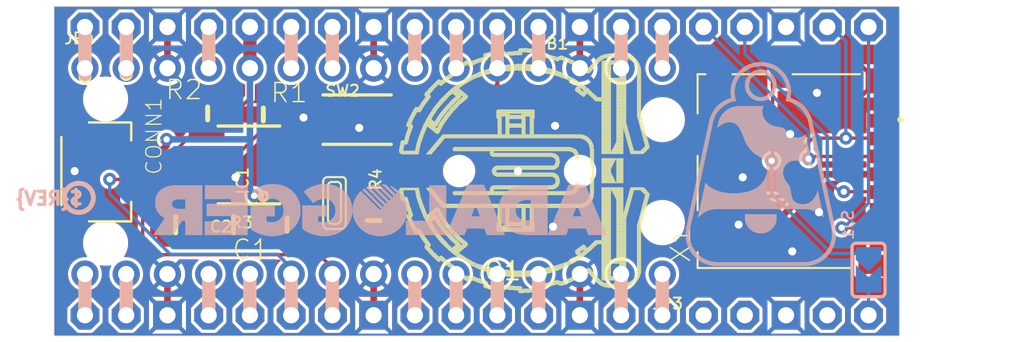
<source format=kicad_pcb>
(kicad_pcb (version 20221018) (generator pcbnew)
  (layers (0 "F.Cu" signal) (31 "B.Cu" signal) (34 "B.Paste" user) (35 "F.Paste" user) (36 "B.SilkS" user "B.Silkscreen") (37 "F.SilkS" user "F.Silkscreen") (38 "B.Mask" user) (39 "F.Mask" user) (44 "Edge.Cuts" user))
  (net 0 "")
  (net 1 "IO0")
  (net 2 "IO1")
  (net 3 "IO2")
  (net 4 "IO3")
  (net 5 "IO6")
  (net 6 "IO7")
  (net 7 "IO8")
  (net 8 "IO9")
  (net 9 "IO10")
  (net 10 "IO11")
  (net 11 "IO12")
  (net 12 "IO13")
  (net 13 "IO14")
  (net 14 "VBUS")
  (net 15 "VSYS")
  (net 16 "GND")
  (net 17 "~{EN}")
  (net 18 "3.3V")
  (net 19 "VREF")
  (net 20 "AD2")
  (net 21 "AD1")
  (net 22 "AD0")
  (net 23 "~{RESET}")
  (net 24 "IO22")
  (net 25 "IO21")
  (net 26 "IO20")
  (net 27 "CARD_CS")
  (net 28 "SCK")
  (net 29 "MOSI")
  (net 30 "MISO")
  (net 31 "CARD_DET")
  (net 32 "SDA")
  (net 33 "SCL")
  (net 34 "N$14")
  (net 35 "N$15")
  (net 36 "VBAT")
  (net 37 "SQW")
  (net 38 "N$3")
  (net 39 "N$1")
  (footprint "working:PLABEL16" (layer "F.Cu") (at 170.0911 97.7646)
    (fp_text reference "PLABEL16" hide)
    (fp_text value "" hide)
  )
  (footprint "working:PLABEL18" (layer "F.Cu") (at 162.4711 112.2426)
    (fp_text reference "PLABEL18" hide)
    (fp_text value "" hide)
  )
  (footprint "working:PLABEL3" (layer "F.Cu") (at 134.5311 100.1776)
    (fp_text reference "PLABEL3" hide)
    (fp_text value "" hide)
  )
  (footprint "working:PLABEL12" (layer "F.Cu") (at 123.7361 100.5586 90)
    (fp_text reference "PLABEL12" hide)
    (fp_text value "" hide)
  )
  (footprint "working:1X15_ROUND_70" (layer "F.Cu") (at 142.1511 111.3536 180)
    (fp_text reference "JP3" (at -19.1262 -1.8288) (layer "F.SilkS") (effects (font (size 0.692831 0.692831) (thickness 0.119969)) (justify right)))
    (fp_text value "")
    (pad "1" thru_hole circle (at -17.78 0 270) (size 1.6764 1.6764) (drill 1) (layers "*.Cu" "*.Mask") (net 10 "IO11"))
    (pad "2" thru_hole circle (at -15.24 0 270) (size 1.6764 1.6764) (drill 1) (layers "*.Cu" "*.Mask") (net 9 "IO10"))
    (pad "3" thru_hole circle (at -12.7 0 270) (size 1.6764 1.6764) (drill 1) (layers "*.Cu" "*.Mask") (net 16 "GND"))
    (pad "4" thru_hole circle (at -10.16 0 270) (size 1.6764 1.6764) (drill 1) (layers "*.Cu" "*.Mask") (net 8 "IO9"))
    (pad "5" thru_hole circle (at -7.62 0 270) (size 1.6764 1.6764) (drill 1) (layers "*.Cu" "*.Mask") (net 7 "IO8"))
    (pad "6" thru_hole circle (at -5.08 0 270) (size 1.6764 1.6764) (drill 1) (layers "*.Cu" "*.Mask") (net 6 "IO7"))
    (pad "7" thru_hole circle (at -2.54 0 270) (size 1.6764 1.6764) (drill 1) (layers "*.Cu" "*.Mask") (net 5 "IO6"))
    (pad "8" thru_hole circle (at 0 0 270) (size 1.6764 1.6764) (drill 1) (layers "*.Cu" "*.Mask") (net 16 "GND"))
    (pad "9" thru_hole circle (at 2.54 0 270) (size 1.6764 1.6764) (drill 1) (layers "*.Cu" "*.Mask") (net 33 "SCL"))
    (pad "10" thru_hole circle (at 5.08 0 270) (size 1.6764 1.6764) (drill 1) (layers "*.Cu" "*.Mask") (net 32 "SDA"))
    (pad "11" thru_hole circle (at 7.62 0 270) (size 1.6764 1.6764) (drill 1) (layers "*.Cu" "*.Mask") (net 4 "IO3"))
    (pad "12" thru_hole circle (at 10.16 0 270) (size 1.6764 1.6764) (drill 1) (layers "*.Cu" "*.Mask") (net 3 "IO2"))
    (pad "13" thru_hole circle (at 12.7 0 270) (size 1.6764 1.6764) (drill 1) (layers "*.Cu" "*.Mask") (net 16 "GND"))
    (pad "14" thru_hole circle (at 15.24 0 270) (size 1.6764 1.6764) (drill 1) (layers "*.Cu" "*.Mask") (net 2 "IO1"))
    (pad "15" thru_hole circle (at 17.78 0 270) (size 1.6764 1.6764) (drill 1) (layers "*.Cu" "*.Mask") (net 1 "IO0"))
  )
  (footprint "working:CR1220-2" (layer "F.Cu") (at 150.9141 105.0036 180)
    (fp_text reference "B1" (at -3.302 7.86) (layer "F.SilkS") (effects (font (size 0.692831 0.692831) (thickness 0.119969)) (justify right)))
    (fp_text value "CR1220")
    (pad "" np_thru_hole circle (at -3.95 0 180) (size 1.5 1.5) (drill 1.5) (layers "*.Cu" "*.Mask"))
    (pad "" np_thru_hole circle (at 3.5 0 180) (size 1.5 1.5) (drill 1.5) (layers "*.Cu" "*.Mask"))
    (pad "+" smd rect (at -8.29 0) (size 4 2) (layers "F.Cu" "F.Paste" "F.Mask") (net 36 "VBAT"))
    (pad "-" smd rect (at 7.6 0) (size 4 2) (layers "F.Cu" "F.Paste" "F.Mask") (net 16 "GND"))
  )
  (footprint "" (layer "F.Cu") (at 159.9311 101.8286)
    (fp_text reference "@HOLE2" hide)
    (fp_text value "" (at 0 0) (layer "F.SilkS") (effects (font (size 1.27 1.27))))
    (pad "" np_thru_hole circle (at 0 0) (size 2.286 2.286) (drill 2.286) (layers "*.Cu" "*.Mask"))
  )
  (footprint "working:PLABEL19" (layer "F.Cu") (at 165.0111 112.2426)
    (fp_text reference "PLABEL19" hide)
    (fp_text value "" hide)
  )
  (footprint "working:PLABEL21" (layer "F.Cu") (at 170.0911 112.2426)
    (fp_text reference "PLABEL21" hide)
    (fp_text value "" hide)
  )
  (footprint "working:1X15_ROUND_70" (layer "F.Cu") (at 142.1511 98.6536)
    (fp_text reference "JP4" (at -19.1262 -1.8288) (layer "F.SilkS") (effects (font (size 0.692831 0.692831) (thickness 0.119969)) (justify left)))
    (fp_text value "")
    (pad "1" thru_hole circle (at -17.78 0 90) (size 1.6764 1.6764) (drill 1) (layers "*.Cu" "*.Mask") (net 14 "VBUS"))
    (pad "2" thru_hole circle (at -15.24 0 90) (size 1.6764 1.6764) (drill 1) (layers "*.Cu" "*.Mask") (net 15 "VSYS"))
    (pad "3" thru_hole circle (at -12.7 0 90) (size 1.6764 1.6764) (drill 1) (layers "*.Cu" "*.Mask") (net 16 "GND"))
    (pad "4" thru_hole circle (at -10.16 0 90) (size 1.6764 1.6764) (drill 1) (layers "*.Cu" "*.Mask") (net 17 "~{EN}"))
    (pad "5" thru_hole circle (at -7.62 0 90) (size 1.6764 1.6764) (drill 1) (layers "*.Cu" "*.Mask") (net 18 "3.3V"))
    (pad "6" thru_hole circle (at -5.08 0 90) (size 1.6764 1.6764) (drill 1) (layers "*.Cu" "*.Mask") (net 19 "VREF"))
    (pad "7" thru_hole circle (at -2.54 0 90) (size 1.6764 1.6764) (drill 1) (layers "*.Cu" "*.Mask") (net 20 "AD2"))
    (pad "8" thru_hole circle (at 0 0 90) (size 1.6764 1.6764) (drill 1) (layers "*.Cu" "*.Mask") (net 16 "GND"))
    (pad "9" thru_hole circle (at 2.54 0 90) (size 1.6764 1.6764) (drill 1) (layers "*.Cu" "*.Mask") (net 21 "AD1"))
    (pad "10" thru_hole circle (at 5.08 0 90) (size 1.6764 1.6764) (drill 1) (layers "*.Cu" "*.Mask") (net 22 "AD0"))
    (pad "11" thru_hole circle (at 7.62 0 90) (size 1.6764 1.6764) (drill 1) (layers "*.Cu" "*.Mask") (net 23 "~{RESET}"))
    (pad "12" thru_hole circle (at 10.16 0 90) (size 1.6764 1.6764) (drill 1) (layers "*.Cu" "*.Mask") (net 24 "IO22"))
    (pad "13" thru_hole circle (at 12.7 0 90) (size 1.6764 1.6764) (drill 1) (layers "*.Cu" "*.Mask") (net 16 "GND"))
    (pad "14" thru_hole circle (at 15.24 0 90) (size 1.6764 1.6764) (drill 1) (layers "*.Cu" "*.Mask") (net 25 "IO21"))
    (pad "15" thru_hole circle (at 17.78 0 90) (size 1.6764 1.6764) (drill 1) (layers "*.Cu" "*.Mask") (net 26 "IO20"))
  )
  (footprint "working:MOLEX_104031-0811" (layer "F.Cu") (at 167.8051 105.0036 90)
    (fp_text reference "X1" (at -5.7268 -6.749419 90) (layer "F.SilkS") (effects (font (size 1.178965 1.178965) (thickness 0.093666)) (justify left)))
    (fp_text value "MICROSD")
    (pad "1" smd rect (at 3.105 5.45 90) (size 0.85 1.1) (layers "F.Cu" "F.Paste" "F.Mask"))
    (pad "2" smd rect (at 2.005 5.45 90) (size 0.85 1.1) (layers "F.Cu" "F.Paste" "F.Mask") (net 27 "CARD_CS"))
    (pad "3" smd rect (at 0.905 5.45 90) (size 0.85 1.1) (layers "F.Cu" "F.Paste" "F.Mask") (net 29 "MOSI"))
    (pad "4" smd rect (at -0.195 5.45 90) (size 0.85 1.1) (layers "F.Cu" "F.Paste" "F.Mask") (net 18 "3.3V"))
    (pad "5" smd rect (at -1.295 5.45 90) (size 0.85 1.1) (layers "F.Cu" "F.Paste" "F.Mask") (net 28 "SCK"))
    (pad "6" smd rect (at -2.395 5.45 90) (size 0.85 1.1) (layers "F.Cu" "F.Paste" "F.Mask") (net 16 "GND"))
    (pad "7" smd rect (at -3.495 5.45 90) (size 0.85 1.1) (layers "F.Cu" "F.Paste" "F.Mask") (net 30 "MISO"))
    (pad "8" smd rect (at -4.545 5.45 90) (size 0.75 1.1) (layers "F.Cu" "F.Paste" "F.Mask"))
    (pad "9" smd rect (at 5.74 -0.7 90) (size 1.2 1) (layers "F.Cu" "F.Paste" "F.Mask") (net 31 "CARD_DET"))
    (pad "10" smd rect (at 5.74 -4.4 90) (size 1.2 1) (layers "F.Cu" "F.Paste" "F.Mask") (net 16 "GND"))
    (pad "G1" smd rect (at 5.565 5.325 90) (size 1.55 1.35) (layers "F.Cu" "F.Paste" "F.Mask") (net 16 "GND"))
    (pad "G2" smd rect (at -5.755 5.1 90) (size 1.17 1.8) (layers "F.Cu" "F.Paste" "F.Mask") (net 16 "GND"))
    (pad "G3" smd rect (at -3.73 -5.375 90) (size 1.9 1.35) (layers "F.Cu" "F.Paste" "F.Mask") (net 16 "GND"))
    (pad "G4" smd rect (at 2.24 -5.375 90) (size 1.9 1.35) (layers "F.Cu" "F.Paste" "F.Mask") (net 16 "GND"))
  )
  (footprint "working:PLABEL6" (layer "F.Cu") (at 136.8171 109.8296)
    (fp_text reference "PLABEL6" hide)
    (fp_text value "" hide)
  )
  (footprint "working:0603-NO" (layer "F.Cu") (at 136.8171 108.3056 180)
    (fp_text reference "R3" (at 2.032 0.127) (layer "F.SilkS") (effects (font (size 0.692831 0.692831) (thickness 0.119969)) (justify right)))
    (fp_text value "1K")
    (pad "1" smd rect (at -0.85 0 180) (size 1.075 1) (layers "F.Cu" "F.Paste" "F.Mask") (net 18 "3.3V"))
    (pad "2" smd rect (at 0.85 0 180) (size 1.075 1) (layers "F.Cu" "F.Paste" "F.Mask") (net 38 "N$3"))
  )
  (footprint "" (layer "F.Cu") (at 125.6411 109.4486)
    (fp_text reference "@HOLE1" hide)
    (fp_text value "" (at 0 0) (layer "F.SilkS") (effects (font (size 1.27 1.27))))
    (pad "" np_thru_hole circle (at 0 0) (size 2.286 2.286) (drill 2.286) (layers "*.Cu" "*.Mask"))
  )
  (footprint "working:PLABEL20" (layer "F.Cu") (at 167.5511 112.2426)
    (fp_text reference "PLABEL20" hide)
    (fp_text value "" hide)
  )
  (footprint "working:PLABEL0" (layer "F.Cu") (at 138.4681 104.7496)
    (fp_text reference "PLABEL0" hide)
    (fp_text value "" hide)
  )
  (footprint "working:PLABEL10" (layer "F.Cu") (at 123.8631 109.8296)
    (fp_text reference "PLABEL10" hide)
    (fp_text value "" hide)
  )
  (footprint "working:PLABEL17" (layer "F.Cu") (at 172.6311 97.7646)
    (fp_text reference "PLABEL17" hide)
    (fp_text value "" hide)
  )
  (footprint "working:PLABEL1" (layer "F.Cu") (at 131.9911 100.1776)
    (fp_text reference "PLABEL1" hide)
    (fp_text value "" hide)
  )
  (footprint "working:PLABEL8" (layer "F.Cu") (at 131.9911 109.8296)
    (fp_text reference "PLABEL8" hide)
    (fp_text value "" hide)
  )
  (footprint "working:SOIC8_150MIL" (layer "F.Cu") (at 134.4676 104.6226 90)
    (fp_text reference "IC1" (at -1.905 -0.381 90) (layer "F.SilkS") (effects (font (size 0.692831 0.692831) (thickness 0.119969)) (justify left)))
    (fp_text value "RTC_PCF8523/T")
    (pad "1" smd rect (at -1.905 2.6 90) (size 0.6 2.2) (layers "F.Cu" "F.Paste" "F.Mask") (net 34 "N$14"))
    (pad "2" smd rect (at -0.635 2.6 90) (size 0.6 2.2) (layers "F.Cu" "F.Paste" "F.Mask") (net 35 "N$15"))
    (pad "3" smd rect (at 0.635 2.6 90) (size 0.6 2.2) (layers "F.Cu" "F.Paste" "F.Mask") (net 36 "VBAT"))
    (pad "4" smd rect (at 1.905 2.6 90) (size 0.6 2.2) (layers "F.Cu" "F.Paste" "F.Mask") (net 16 "GND"))
    (pad "5" smd rect (at 1.905 -2.6 90) (size 0.6 2.2) (layers "F.Cu" "F.Paste" "F.Mask") (net 32 "SDA"))
    (pad "6" smd rect (at 0.635 -2.6 90) (size 0.6 2.2) (layers "F.Cu" "F.Paste" "F.Mask") (net 33 "SCL"))
    (pad "7" smd rect (at -0.635 -2.6 90) (size 0.6 2.2) (layers "F.Cu" "F.Paste" "F.Mask") (net 37 "SQW"))
    (pad "8" smd rect (at -1.905 -2.6 90) (size 0.6 2.2) (layers "F.Cu" "F.Paste" "F.Mask") (net 38 "N$3"))
  )
  (footprint "working:XTAL3215" (layer "F.Cu") (at 139.7381 106.9721 -90)
    (fp_text reference "Q1" (at 4.191 -9.144) (layer "F.SilkS") (effects (font (size 1.139139 1.139139) (thickness 0.130861)) (justify left)))
    (fp_text value "32.768")
    (pad "P$1" smd rect (at 1.2 0 270) (size 1.1 1.9) (layers "F.Cu" "F.Paste" "F.Mask") (net 34 "N$14"))
    (pad "P$2" smd rect (at -1.2 0 90) (size 1.1 1.9) (layers "F.Cu" "F.Paste" "F.Mask") (net 35 "N$15"))
  )
  (footprint "working:PLABEL4" (layer "F.Cu") (at 137.0711 100.1776)
    (fp_text reference "PLABEL4" hide)
    (fp_text value "" hide)
  )
  (footprint "working:PLABEL25" (layer "F.Cu") (at 144.6911 109.8296)
    (fp_text reference "PLABEL25" hide)
    (fp_text value "" hide)
  )
  (footprint "working:0603-NO" (layer "F.Cu") (at 131.9276 101.4476)
    (fp_text reference "R1" (at 3.81 -1.27) (layer "F.SilkS") (effects (font (size 1.176691 1.176691) (thickness 0.093309)) (justify left)))
    (fp_text value "10K")
    (pad "1" smd rect (at -0.85 0) (size 1.075 1) (layers "F.Cu" "F.Paste" "F.Mask") (net 32 "SDA"))
    (pad "2" smd rect (at 0.85 0) (size 1.075 1) (layers "F.Cu" "F.Paste" "F.Mask") (net 18 "3.3V"))
  )
  (footprint "working:PLABEL22" (layer "F.Cu") (at 172.6311 112.2426)
    (fp_text reference "PLABEL22" hide)
    (fp_text value "" hide)
  )
  (footprint "working:PLABEL13" (layer "F.Cu") (at 162.2171 97.7646)
    (fp_text reference "PLABEL13" hide)
    (fp_text value "" hide)
  )
  (footprint "working:0805-NO" (layer "F.Cu") (at 129.9591 108.3056)
    (fp_text reference "C2" (at 2.032 0.127) (layer "F.SilkS") (effects (font (size 0.692831 0.692831) (thickness 0.119969)) (justify left)))
    (fp_text value "10uF")
    (pad "1" smd rect (at -0.95 0) (size 1.24 1.5) (layers "F.Cu" "F.Paste" "F.Mask") (net 18 "3.3V"))
    (pad "2" smd rect (at 0.95 0) (size 1.24 1.5) (layers "F.Cu" "F.Paste" "F.Mask") (net 16 "GND"))
  )
  (footprint "working:PLABEL26" (layer "F.Cu") (at 129.4511 104.1146 90)
    (fp_text reference "PLABEL26" hide)
    (fp_text value "" hide)
  )
  (footprint "working:PLABEL15" (layer "F.Cu") (at 167.5511 97.7646)
    (fp_text reference "PLABEL15" hide)
    (fp_text value "" hide)
  )
  (footprint "" (layer "F.Cu") (at 159.9311 108.1786)
    (fp_text reference "@HOLE3" hide)
    (fp_text value "" (at 0 0) (layer "F.SilkS") (effects (font (size 1.27 1.27))))
    (pad "" np_thru_hole circle (at 0 0) (size 2.286 2.286) (drill 2.286) (layers "*.Cu" "*.Mask"))
  )
  (footprint "working:PLABEL23" (layer "F.Cu") (at 161.2011 99.9236)
    (fp_text reference "PLABEL23" hide)
    (fp_text value "" hide)
  )
  (footprint "working:JST_SH4" (layer "F.Cu") (at 125.5141 105.0036 -90)
    (fp_text reference "CONN1" (at -4.6 -3.106 90) (layer "F.SilkS") (effects (font (size 0.941222 0.941222) (thickness 0.074778)) (justify right)))
    (fp_text value "STEMMA_I2C_QT" hide)
    (pad "1" smd rect (at -1.5 -2.006) (size 1.55 0.6) (layers "F.Cu" "F.Paste" "F.Mask") (net 16 "GND"))
    (pad "2" smd rect (at -0.5 -2.006) (size 1.55 0.6) (layers "F.Cu" "F.Paste" "F.Mask") (net 18 "3.3V"))
    (pad "3" smd rect (at 0.5 -2.006) (size 1.55 0.6) (layers "F.Cu" "F.Paste" "F.Mask") (net 32 "SDA"))
    (pad "4" smd rect (at 1.5 -2.006) (size 1.55 0.6) (layers "F.Cu" "F.Paste" "F.Mask") (net 33 "SCL"))
    (pad "MT1" smd rect (at -2.8 1.894) (size 1.8 1.2) (layers "F.Cu" "F.Paste" "F.Mask") (net 16 "GND"))
    (pad "MT2" smd rect (at 2.8 1.894) (size 1.8 1.2) (layers "F.Cu" "F.Paste" "F.Mask") (net 16 "GND"))
  )
  (footprint "" (layer "F.Cu") (at 125.6411 100.5586)
    (fp_text reference "@HOLE0" hide)
    (fp_text value "" (at 0 0) (layer "F.SilkS") (effects (font (size 1.27 1.27))))
    (pad "" np_thru_hole circle (at 0 0) (size 2.286 2.286) (drill 2.286) (layers "*.Cu" "*.Mask"))
  )
  (footprint "working:BTN_RKB2_4.6X2.8" (layer "F.Cu") (at 141.1351 101.8286)
    (fp_text reference "SW2" (at -2.032 -1.778) (layer "F.SilkS") (effects (font (size 0.692831 0.692831) (thickness 0.119969)) (justify left)))
    (fp_text value "tact")
    (pad "A" smd rect (at 1.973 -1.075) (size 1 0.7) (layers "F.Cu" "F.Paste" "F.Mask") (net 23 "~{RESET}"))
    (pad "A'" smd rect (at -1.973 -1.075) (size 1 0.7) (layers "F.Cu" "F.Paste" "F.Mask") (net 23 "~{RESET}"))
    (pad "B" smd rect (at 1.973 1.075) (size 1 0.7) (layers "F.Cu" "F.Paste" "F.Mask") (net 16 "GND"))
    (pad "B'" smd rect (at -1.973 1.075) (size 1 0.7) (layers "F.Cu" "F.Paste" "F.Mask") (net 16 "GND"))
  )
  (footprint "working:PLABEL11" (layer "F.Cu") (at 127.5461 100.5586 90)
    (fp_text reference "PLABEL11" hide)
    (fp_text value "" hide)
  )
  (footprint "working:PLABEL2" (layer "F.Cu") (at 144.5641 100.0506)
    (fp_text reference "PLABEL2" hide)
    (fp_text value "" hide)
  )
  (footprint "working:0805-NO" (layer "F.Cu") (at 133.5151 108.3056 180)
    (fp_text reference "C1" (at -2.286 -1.524) (layer "F.SilkS") (effects (font (size 1.176691 1.176691) (thickness 0.093309)) (justify right)))
    (fp_text value "10uF")
    (pad "1" smd rect (at -0.95 0 180) (size 1.24 1.5) (layers "F.Cu" "F.Paste" "F.Mask") (net 38 "N$3"))
    (pad "2" smd rect (at 0.95 0 180) (size 1.24 1.5) (layers "F.Cu" "F.Paste" "F.Mask") (net 16 "GND"))
  )
  (footprint "working:PLABEL9" (layer "F.Cu") (at 127.4191 109.8296)
    (fp_text reference "PLABEL9" hide)
    (fp_text value "" hide)
  )
  (footprint "working:PLABEL5" (layer "F.Cu") (at 139.8651 109.8296)
    (fp_text reference "PLABEL5" hide)
    (fp_text value "" hide)
  )
  (footprint "working:PLABEL14" (layer "F.Cu") (at 165.0111 97.7646)
    (fp_text reference "PLABEL14" hide)
    (fp_text value "" hide)
  )
  (footprint "working:PICOWBELL_THM" (layer "F.Cu") (at 123.1011 113.8936)
    (fp_text reference "CB1" hide)
    (fp_text value "PICOWBELL_THM" hide)
    (pad "1" thru_hole roundrect (at 1.27 0) (size 1.778 1.778) (drill 1) (layers "*.Cu" "*.Mask") (chamfer_ratio 0.2928932188) (chamfer top_left top_right bottom_left bottom_right) (net 1 "IO0"))
    (pad "2" thru_hole roundrect (at 3.81 0) (size 1.778 1.778) (drill 1) (layers "*.Cu" "*.Mask") (chamfer_ratio 0.2928932188) (chamfer top_left top_right bottom_left bottom_right) (net 2 "IO1"))
    (pad "3" thru_hole rect (at 6.35 0) (size 1.778 1.778) (drill 1) (layers "*.Cu" "*.Mask") (net 16 "GND"))
    (pad "4" thru_hole roundrect (at 8.89 0) (size 1.778 1.778) (drill 1) (layers "*.Cu" "*.Mask") (chamfer_ratio 0.2928932188) (chamfer top_left top_right bottom_left bottom_right) (net 3 "IO2"))
    (pad "5" thru_hole roundrect (at 11.43 0) (size 1.778 1.778) (drill 1) (layers "*.Cu" "*.Mask") (chamfer_ratio 0.2928932188) (chamfer top_left top_right bottom_left bottom_right) (net 4 "IO3"))
    (pad "6" thru_hole roundrect (at 13.97 0) (size 1.778 1.778) (drill 1) (layers "*.Cu" "*.Mask") (chamfer_ratio 0.2928932188) (chamfer top_left top_right bottom_left bottom_right) (net 32 "SDA"))
    (pad "7" thru_hole roundrect (at 16.51 0) (size 1.778 1.778) (drill 1) (layers "*.Cu" "*.Mask") (chamfer_ratio 0.2928932188) (chamfer top_left top_right bottom_left bottom_right) (net 33 "SCL"))
    (pad "8" thru_hole rect (at 19.05 0) (size 1.778 1.778) (drill 1) (layers "*.Cu" "*.Mask") (net 16 "GND"))
    (pad "9" thru_hole roundrect (at 21.59 0) (size 1.778 1.778) (drill 1) (layers "*.Cu" "*.Mask") (chamfer_ratio 0.2928932188) (chamfer top_left top_right bottom_left bottom_right) (net 5 "IO6"))
    (pad "10" thru_hole roundrect (at 24.13 0) (size 1.778 1.778) (drill 1) (layers "*.Cu" "*.Mask") (chamfer_ratio 0.2928932188) (chamfer top_left top_right bottom_left bottom_right) (net 6 "IO7"))
    (pad "11" thru_hole roundrect (at 26.67 0) (size 1.778 1.778) (drill 1) (layers "*.Cu" "*.Mask") (chamfer_ratio 0.2928932188) (chamfer top_left top_right bottom_left bottom_right) (net 7 "IO8"))
    (pad "12" thru_hole roundrect (at 29.21 0) (size 1.778 1.778) (drill 1) (layers "*.Cu" "*.Mask") (chamfer_ratio 0.2928932188) (chamfer top_left top_right bottom_left bottom_right) (net 8 "IO9"))
    (pad "13" thru_hole rect (at 31.75 0) (size 1.778 1.778) (drill 1) (layers "*.Cu" "*.Mask") (net 16 "GND"))
    (pad "14" thru_hole roundrect (at 34.29 0) (size 1.778 1.778) (drill 1) (layers "*.Cu" "*.Mask") (chamfer_ratio 0.2928932188) (chamfer top_left top_right bottom_left bottom_right) (net 9 "IO10"))
    (pad "15" thru_hole roundrect (at 36.83 0) (size 1.778 1.778) (drill 1) (layers "*.Cu" "*.Mask") (chamfer_ratio 0.2928932188) (chamfer top_left top_right bottom_left bottom_right) (net 10 "IO11"))
    (pad "16" thru_hole roundrect (at 39.37 0) (size 1.778 1.778) (drill 1) (layers "*.Cu" "*.Mask") (chamfer_ratio 0.2928932188) (chamfer top_left top_right bottom_left bottom_right) (net 11 "IO12"))
    (pad "17" thru_hole roundrect (at 41.91 0) (size 1.778 1.778) (drill 1) (layers "*.Cu" "*.Mask") (chamfer_ratio 0.2928932188) (chamfer top_left top_right bottom_left bottom_right) (net 12 "IO13"))
    (pad "18" thru_hole rect (at 44.45 0) (size 1.778 1.778) (drill 1) (layers "*.Cu" "*.Mask") (net 16 "GND"))
    (pad "19" thru_hole roundrect (at 46.99 0) (size 1.778 1.778) (drill 1) (layers "*.Cu" "*.Mask") (chamfer_ratio 0.2928932188) (chamfer top_left top_right bottom_left bottom_right) (net 13 "IO14"))
    (pad "20" thru_hole roundrect (at 49.53 0) (size 1.778 1.778) (drill 1) (layers "*.Cu" "*.Mask") (chamfer_ratio 0.2928932188) (chamfer top_left top_right bottom_left bottom_right) (net 39 "N$1"))
    (pad "21" thru_hole roundrect (at 49.53 -17.78 180) (size 1.778 1.778) (drill 1) (layers "*.Cu" "*.Mask") (chamfer_ratio 0.2928932188) (chamfer top_left top_right bottom_left bottom_right) (net 30 "MISO"))
    (pad "22" thru_hole roundrect (at 46.99 -17.78 180) (size 1.778 1.778) (drill 1) (layers "*.Cu" "*.Mask") (chamfer_ratio 0.2928932188) (chamfer top_left top_right bottom_left bottom_right) (net 27 "CARD_CS"))
    (pad "23" thru_hole rect (at 44.45 -17.78 180) (size 1.778 1.778) (drill 1) (layers "*.Cu" "*.Mask") (net 16 "GND"))
    (pad "24" thru_hole roundrect (at 41.91 -17.78 180) (size 1.778 1.778) (drill 1) (layers "*.Cu" "*.Mask") (chamfer_ratio 0.2928932188) (chamfer top_left top_right bottom_left bottom_right) (net 28 "SCK"))
    (pad "25" thru_hole roundrect (at 39.37 -17.78 180) (size 1.778 1.778) (drill 1) (layers "*.Cu" "*.Mask") (chamfer_ratio 0.2928932188) (chamfer top_left top_right bottom_left bottom_right) (net 29 "MOSI"))
    (pad "26" thru_hole roundrect (at 36.83 -17.78 180) (size 1.778 1.778) (drill 1) (layers "*.Cu" "*.Mask") (chamfer_ratio 0.2928932188) (chamfer top_left top_right bottom_left bottom_right) (net 26 "IO20"))
    (pad "27" thru_hole roundrect (at 34.29 -17.78 180) (size 1.778 1.778) (drill 1) (layers "*.Cu" "*.Mask") (chamfer_ratio 0.2928932188) (chamfer top_left top_right bottom_left bottom_right) (net 25 "IO21"))
    (pad "28" thru_hole rect (at 31.75 -17.78 180) (size 1.778 1.778) (drill 1) (layers "*.Cu" "*.Mask") (net 16 "GND"))
    (pad "29" thru_hole roundrect (at 29.21 -17.78 180) (size 1.778 1.778) (drill 1) (layers "*.Cu" "*.Mask") (chamfer_ratio 0.2928932188) (chamfer top_left top_right bottom_left bottom_right) (net 24 "IO22"))
    (pad "30" thru_hole roundrect (at 26.67 -17.78 180) (size 1.778 1.778) (drill 1) (layers "*.Cu" "*.Mask") (chamfer_ratio 0.2928932188) (chamfer top_left top_right bottom_left bottom_right) (net 23 "~{RESET}"))
    (pad "31" thru_hole roundrect (at 24.13 -17.78 180) (size 1.778 1.778) (drill 1) (layers "*.Cu" "*.Mask") (chamfer_ratio 0.2928932188) (chamfer top_left top_right bottom_left bottom_right) (net 22 "AD0"))
    (pad "32" thru_hole roundrect (at 21.59 -17.78 180) (size 1.778 1.778) (drill 1) (layers "*.Cu" "*.Mask") (chamfer_ratio 0.2928932188) (chamfer top_left top_right bottom_left bottom_right) (net 21 "AD1"))
    (pad "33" thru_hole rect (at 19.05 -17.78 180) (size 1.778 1.778) (drill 1) (layers "*.Cu" "*.Mask") (net 16 "GND"))
    (pad "34" thru_hole roundrect (at 16.51 -17.78 180) (size 1.778 1.778) (drill 1) (layers "*.Cu" "*.Mask") (chamfer_ratio 0.2928932188) (chamfer top_left top_right bottom_left bottom_right) (net 20 "AD2"))
    (pad "35" thru_hole roundrect (at 13.97 -17.78 180) (size 1.778 1.778) (drill 1) (layers "*.Cu" "*.Mask") (chamfer_ratio 0.2928932188) (chamfer top_left top_right bottom_left bottom_right) (net 19 "VREF"))
    (pad "36" thru_hole roundrect (at 11.43 -17.78 180) (size 1.778 1.778) (drill 1) (layers "*.Cu" "*.Mask") (chamfer_ratio 0.2928932188) (chamfer top_left top_right bottom_left bottom_right) (net 18 "3.3V"))
    (pad "37" thru_hole roundrect (at 8.89 -17.78 180) (size 1.778 1.778) (drill 1) (layers "*.Cu" "*.Mask") (chamfer_ratio 0.2928932188) (chamfer top_left top_right bottom_left bottom_right) (net 17 "~{EN}"))
    (pad "38" thru_hole rect (at 6.35 -17.78 180) (size 1.778 1.778) (drill 1) (layers "*.Cu" "*.Mask") (net 16 "GND"))
    (pad "39" thru_hole roundrect (at 3.81 -17.78 180) (size 1.778 1.778) (drill 1) (layers "*.Cu" "*.Mask") (chamfer_ratio 0.2928932188) (chamfer top_left top_right bottom_left bottom_right) (net 15 "VSYS"))
    (pad "40" thru_hole roundrect (at 1.27 -17.78 180) (size 1.778 1.778) (drill 1) (layers "*.Cu" "*.Mask") (chamfer_ratio 0.2928932188) (chamfer top_left top_right bottom_left bottom_right) (net 14 "VBUS"))
  )
  (footprint "working:0603-NO" (layer "F.Cu") (at 135.3566 101.5111)
    (fp_text reference "R2" (at -6.096 -1.524) (layer "F.SilkS") (effects (font (size 1.176691 1.176691) (thickness 0.093309)) (justify left)))
    (fp_text value "10K")
    (pad "1" smd rect (at -0.85 0) (size 1.075 1) (layers "F.Cu" "F.Paste" "F.Mask") (net 18 "3.3V"))
    (pad "2" smd rect (at 0.85 0) (size 1.075 1) (layers "F.Cu" "F.Paste" "F.Mask") (net 33 "SCL"))
  )
  (footprint "working:PLABEL7" (layer "F.Cu") (at 134.5311 109.8296)
    (fp_text reference "PLABEL7" hide)
    (fp_text value "" hide)
  )
  (footprint "working:PLABEL24" (layer "F.Cu") (at 160.9471 109.8296)
    (fp_text reference "PLABEL24" hide)
    (fp_text value "" hide)
  )
  (footprint "working:0603-NO" (layer "F.Cu") (at 142.1511 108.0516 90)
    (fp_text reference "R4" (at 1.778 0.127 90) (layer "F.SilkS") (effects (font (size 0.692831 0.692831) (thickness 0.119969)) (justify left)))
    (fp_text value "10K")
    (pad "1" smd rect (at -0.85 0 90) (size 1.075 1) (layers "F.Cu" "F.Paste" "F.Mask") (net 18 "3.3V"))
    (pad "2" smd rect (at 0.85 0 90) (size 1.075 1) (layers "F.Cu" "F.Paste" "F.Mask") (net 27 "CARD_CS"))
  )
  (footprint "working:PLABEL49" (layer "B.Cu") (at 157.3911 109.8296 180)
    (fp_text reference "PLABEL49" hide)
    (fp_text value "" hide)
  )
  (footprint "working:COWBELL_0.5IN" (layer "B.Cu") (at 170.7261 110.8456 180)
    (fp_text reference "U$11" hide)
    (fp_text value "" hide)
  )
  (footprint "working:PLABEL56" (layer "B.Cu") (at 134.1501 104.6226 180)
    (fp_text reference "PLABEL56" hide)
    (fp_text value "" hide)
  )
  (footprint "working:PLABEL51" (layer "B.Cu") (at 127.5461 100.5586 90)
    (fp_text reference "PLABEL51" hide)
    (fp_text value "" hide)
  )
  (footprint "working:PLABEL30" (layer "B.Cu") (at 152.3111 100.1776 180)
    (fp_text reference "PLABEL30" hide)
    (fp_text value "" hide)
  )
  (footprint "working:PLABEL52" (layer "B.Cu") (at 123.6091 100.1776 180)
    (fp_text reference "PLABEL52" hide)
    (fp_text value "" hide)
  )
  (footprint "working:PLABEL43" (layer "B.Cu") (at 144.6911 109.8296 180)
    (fp_text reference "PLABEL43" hide)
    (fp_text value "" hide)
  )
  (footprint "working:PLABEL35" (layer "B.Cu") (at 137.0711 100.1776 180)
    (fp_text reference "PLABEL35" hide)
    (fp_text value "" hide)
  )
  (footprint "working:PLABEL55" (layer "B.Cu") (at 133.7691 102.8446 180)
    (fp_text reference "PLABEL55" hide)
    (fp_text value "" hide)
  )
  (footprint "working:PLABEL47" (layer "B.Cu") (at 149.7711 109.8296 180)
    (fp_text reference "PLABEL47" hide)
    (fp_text value "" hide)
  )
  (footprint "working:PLABEL34" (layer "B.Cu") (at 139.6111 100.1776 180)
    (fp_text reference "PLABEL34" hide)
    (fp_text value "" hide)
  )
  (footprint "working:PLABEL53" (layer "B.Cu") (at 151.1681 102.2096 180)
    (fp_text reference "PLABEL53" hide)
    (fp_text value "" hide)
  )
  (footprint "working:PLABEL44" (layer "B.Cu") (at 127.4191 109.8296 180)
    (fp_text reference "PLABEL44" hide)
    (fp_text value "" hide)
  )
  (footprint "working:PLABEL41" (layer "B.Cu") (at 136.8171 109.8296 180)
    (fp_text reference "PLABEL41" hide)
    (fp_text value "" hide)
  )
  (footprint "working:PLABEL39" (layer "B.Cu") (at 131.9911 109.8296 180)
    (fp_text reference "PLABEL39" hide)
    (fp_text value "" hide)
  )
  (footprint "working:PLABEL54" (layer "B.Cu") (at 172.7581 107.7976 180)
    (fp_text reference "PLABEL54" hide)
    (fp_text value "" hide)
  )
  (footprint "working:PLABEL36" (layer "B.Cu") (at 131.9911 100.1776 180)
    (fp_text reference "PLABEL36" hide)
    (fp_text value "" hide)
  )
  (footprint "working:PLABEL50" (layer "B.Cu") (at 159.9311 109.8296 180)
    (fp_text reference "PLABEL50" hide)
    (fp_text value "" hide)
  )
  (footprint "working:PLABEL45" (layer "B.Cu") (at 123.8631 109.8296 180)
    (fp_text reference "PLABEL45" hide)
    (fp_text value "" hide)
  )
  (footprint "working:PLABEL32" (layer "B.Cu") (at 147.2311 100.1776 180)
    (fp_text reference "PLABEL32" hide)
    (fp_text value "" hide)
  )
  (footprint "working:PLABEL33" (layer "B.Cu") (at 144.6911 100.1776 180)
    (fp_text reference "PLABEL33" hide)
    (fp_text value "" hide)
  )
  (footprint "working:PLABEL27" (layer "B.Cu") (at 157.3911 100.1776 180)
    (fp_text reference "PLABEL27" hide)
    (fp_text value "" hide)
  )
  (footprint "working:PLABEL48" (layer "B.Cu") (at 152.3111 109.8296 180)
    (fp_text reference "PLABEL48" hide)
    (fp_text value "" hide)
  )
  (footprint "working:PLABEL46" (layer "B.Cu") (at 147.2311 109.8296 180)
    (fp_text reference "PLABEL46" hide)
    (fp_text value "" hide)
  )
  (footprint "working:PLABEL40" (layer "B.Cu") (at 134.0231 109.8296 180)
    (fp_text reference "PLABEL40" hide)
    (fp_text value "" hide)
  )
  (footprint "working:PLABEL38" (layer "B.Cu") (at 159.9311 100.0506 180)
    (fp_text reference "PLABEL38" hide)
    (fp_text value "" hide)
  )
  (footprint "working:PLABEL42" (layer "B.Cu") (at 139.7381 109.8296 180)
    (fp_text reference "PLABEL42" hide)
    (fp_text value "" hide)
  )
  (footprint "working:PCBFEAT-REV-040" (layer "B.Cu") (at 123.9901 106.6546 180)
    (fp_text reference "U$12" hide)
    (fp_text value "" hide)
    (fp_text user "${REV}" (at -0.3556 -0.508) (layer "B.SilkS") (effects (font (size 0.8128 0.8128) (thickness 0.2032)) (justify left bottom mirror)))
  )
  (footprint "working:PLABEL37" (layer "B.Cu") (at 134.5311 100.1776 180)
    (fp_text reference "PLABEL37" hide)
    (fp_text value "" hide)
  )
  (footprint "working:ADALOGGER_LOGO" (layer "B.Cu") (at 156.5021 109.0676 180)
    (fp_text reference "U$10" hide)
    (fp_text value "" hide)
  )
  (footprint "working:SOLDERJUMPER_ARROW_NOPASTE" (layer "B.Cu") (at 172.6311 111.0996 -90)
    (fp_text reference "SJ1" (at -1.778 1.27 -270) (layer "B.SilkS") (effects (font (size 0.692831 0.692831) (thickness 0.119969)) (justify right mirror)))
    (fp_text value "")
    (fp_poly (pts (xy 0.106121 -0.002663) (xy -0.679416 -0.7882) (xy -1.3946 -0.7882) (xy -1.3946 0.7882) (xy -0.62715 0.7882)) (fill solid) (layer "B.Cu"))
    (fp_poly (pts (xy 1.3946 -0.7882) (xy -0.315893 -0.7882) (xy 0.443148 0) (xy -0.315893 0.7882) (xy 1.3946 0.7882)) (fill solid) (layer "B.Cu"))
    (pad "1" smd roundrect (at -1.016 0 270) (size 0.762 1.524) (layers "B.Cu") (net 31 "CARD_DET"))
    (pad "2" smd roundrect (at 1.016 0 270) (size 0.762 1.524) (layers "B.Cu") (net 39 "N$1"))
  )
  (footprint "working:PLABEL31" (layer "B.Cu") (at 149.7711 100.1776 180)
    (fp_text reference "PLABEL31" hide)
    (fp_text value "" hide)
  )
  (gr_line (start 147.2311 111.3536) (end 147.2311 113.8936) (stroke (width 0.8128)) (layer "B.SilkS"))
  (gr_line (start 149.7711 113.8936) (end 149.7711 111.3536) (stroke (width 0.8128)) (layer "B.SilkS"))
  (gr_line (start 152.3111 98.6536) (end 152.3111 96.1136) (stroke (width 0.8128)) (layer "B.SilkS"))
  (gr_line (start 137.0711 113.8936) (end 137.0711 111.3536) (stroke (width 0.8128)) (layer "B.SilkS"))
  (gr_line (start 124.3711 96.1136) (end 124.3711 99.0346) (stroke (width 0.8128)) (layer "B.SilkS"))
  (gr_line (start 139.6111 111.3536) (end 139.6111 113.8936) (stroke (width 0.8128)) (layer "B.SilkS"))
  (gr_line (start 124.3711 113.8936) (end 124.3711 111.3536) (stroke (width 0.8128)) (layer "B.SilkS"))
  (gr_line (start 134.5311 111.3536) (end 134.5311 113.8936) (stroke (width 0.8128)) (layer "B.SilkS"))
  (gr_line (start 157.3911 113.8936) (end 157.3911 111.3536) (stroke (width 0.8128)) (layer "B.SilkS"))
  (gr_line (start 149.7711 96.1136) (end 149.7711 98.6536) (stroke (width 0.8128)) (layer "B.SilkS"))
  (gr_line (start 144.6911 96.1136) (end 144.6911 98.6536) (stroke (width 0.8128)) (layer "B.SilkS"))
  (gr_line (start 157.3911 96.1136) (end 157.3911 98.6536) (stroke (width 0.8128)) (layer "B.SilkS"))
  (gr_line (start 139.6111 96.1136) (end 139.6111 98.6536) (stroke (width 0.8128)) (layer "B.SilkS"))
  (gr_line (start 147.2311 96.1136) (end 147.2311 98.6536) (stroke (width 0.8128)) (layer "B.SilkS"))
  (gr_line (start 137.0711 96.1136) (end 137.0711 98.6536) (stroke (width 0.8128)) (layer "B.SilkS"))
  (gr_line (start 152.3111 111.3536) (end 152.3111 113.8936) (stroke (width 0.8128)) (layer "B.SilkS"))
  (gr_line (start 131.9911 96.1136) (end 131.9911 98.6536) (stroke (width 0.8128)) (layer "B.SilkS"))
  (gr_line (start 159.9311 111.3536) (end 159.9311 113.8936) (stroke (width 0.8128)) (layer "B.SilkS"))
  (gr_line (start 131.9911 113.8936) (end 131.9911 111.3536) (stroke (width 0.8128)) (layer "B.SilkS"))
  (gr_line (start 126.9111 111.3536) (end 126.9111 113.8936) (stroke (width 0.8128)) (layer "B.SilkS"))
  (gr_line (start 144.6911 113.8936) (end 144.6911 111.3536) (stroke (width 0.8128)) (layer "B.SilkS"))
  (gr_line (start 126.9111 98.9076) (end 126.9111 96.1136) (stroke (width 0.8128)) (layer "B.SilkS"))
  (gr_line (start 159.9311 98.6536) (end 159.9311 96.1136) (stroke (width 0.8128)) (layer "B.SilkS"))
  (gr_line (start 147.2311 96.1136) (end 147.2311 98.6536) (stroke (width 0.8128)) (layer "F.SilkS"))
  (gr_line (start 139.6111 111.3536) (end 139.6111 113.8936) (stroke (width 0.8128)) (layer "F.SilkS"))
  (gr_line (start 131.9911 113.8936) (end 131.9911 111.3536) (stroke (width 0.8128)) (layer "F.SilkS"))
  (gr_line (start 149.7711 113.8936) (end 149.7711 111.3536) (stroke (width 0.8128)) (layer "F.SilkS"))
  (gr_line (start 126.9111 99.0346) (end 126.9111 96.1136) (stroke (width 0.8128)) (layer "F.SilkS"))
  (gr_line (start 124.3711 96.1136) (end 124.3711 99.1616) (stroke (width 0.8128)) (layer "F.SilkS"))
  (gr_line (start 157.3911 113.8936) (end 157.3911 111.3536) (stroke (width 0.8128)) (layer "F.SilkS"))
  (gr_line (start 159.9311 98.6536) (end 159.9311 96.1136) (stroke (width 0.8128)) (layer "F.SilkS"))
  (gr_line (start 137.0711 113.8936) (end 137.0711 111.3536) (stroke (width 0.8128)) (layer "F.SilkS"))
  (gr_line (start 144.6911 96.1136) (end 144.6911 98.6536) (stroke (width 0.8128)) (layer "F.SilkS"))
  (gr_line (start 157.3911 96.1136) (end 157.3911 98.6536) (stroke (width 0.8128)) (layer "F.SilkS"))
  (gr_line (start 149.7711 96.1136) (end 149.7711 98.6536) (stroke (width 0.8128)) (layer "F.SilkS"))
  (gr_line (start 147.2311 111.3536) (end 147.2311 113.8936) (stroke (width 0.8128)) (layer "F.SilkS"))
  (gr_line (start 152.3111 111.3536) (end 152.3111 113.8936) (stroke (width 0.8128)) (layer "F.SilkS"))
  (gr_line (start 134.5311 111.3536) (end 134.5311 113.8936) (stroke (width 0.8128)) (layer "F.SilkS"))
  (gr_line (start 126.9111 111.3536) (end 126.9111 113.8936) (stroke (width 0.8128)) (layer "F.SilkS"))
  (gr_line (start 131.9911 96.1136) (end 131.9911 98.6536) (stroke (width 0.8128)) (layer "F.SilkS"))
  (gr_line (start 139.6111 96.1136) (end 139.6111 98.6536) (stroke (width 0.8128)) (layer "F.SilkS"))
  (gr_line (start 144.6911 113.8936) (end 144.6911 111.3536) (stroke (width 0.8128)) (layer "F.SilkS"))
  (gr_line (start 137.0711 96.1136) (end 137.0711 98.6536) (stroke (width 0.8128)) (layer "F.SilkS"))
  (gr_line (start 152.3111 98.6536) (end 152.3111 96.1136) (stroke (width 0.8128)) (layer "F.SilkS"))
  (gr_line (start 124.3711 113.8936) (end 124.3711 111.3536) (stroke (width 0.8128)) (layer "F.SilkS"))
  (gr_line (start 159.9311 111.3536) (end 159.9311 113.8936) (stroke (width 0.8128)) (layer "F.SilkS"))
  (gr_line (start 122.4661 94.8436) (end 174.5361 94.8436) (stroke (width 0.05)) (layer "Edge.Cuts"))
  (gr_line (start 174.5361 115.1636) (end 122.4661 115.1636) (stroke (width 0.05)) (layer "Edge.Cuts"))
  (gr_line (start 122.4661 115.1636) (end 122.4661 94.8436) (stroke (width 0.05)) (layer "Edge.Cuts"))
  (gr_line (start 174.5361 94.8436) (end 174.5361 115.1636) (stroke (width 0.05)) (layer "Edge.Cuts"))
  (segment (start 124.3711 111.3536) (end 124.3711 113.8936) (width 0.4064) (layer "F.Cu") (net 1))
  (segment (start 126.9111 113.8936) (end 126.9111 111.3536) (width 0.4064) (layer "F.Cu") (net 2))
  (segment (start 131.9911 113.8936) (end 131.9911 111.3536) (width 0.4064) (layer "F.Cu") (net 3))
  (segment (start 134.5311 111.3536) (end 134.5311 113.8936) (width 0.4064) (layer "F.Cu") (net 4))
  (segment (start 144.6911 113.8936) (end 144.6911 111.3536) (width 0.4064) (layer "F.Cu") (net 5))
  (segment (start 147.2311 113.8936) (end 147.2311 111.3536) (width 0.4064) (layer "F.Cu") (net 6))
  (segment (start 149.7711 113.8936) (end 149.7711 111.3536) (width 0.4064) (layer "F.Cu") (net 7))
  (segment (start 152.3111 113.8936) (end 152.3111 111.3536) (width 0.4064) (layer "F.Cu") (net 8))
  (segment (start 157.3911 113.8936) (end 157.3911 111.3536) (width 0.4064) (layer "F.Cu") (net 9))
  (segment (start 159.9311 113.8936) (end 159.9311 111.3536) (width 0.4064) (layer "F.Cu") (net 10))
  (segment (start 124.3711 96.1136) (end 124.3711 98.6536) (width 0.8128) (layer "F.Cu") (net 14))
  (segment (start 126.9111 96.1136) (end 126.9111 98.6536) (width 0.8128) (layer "F.Cu") (net 15))
  (segment (start 154.8511 113.8936) (end 154.8511 111.3536) (width 0.4064) (layer "F.Cu") (net 16))
  (segment (start 129.4511 96.1136) (end 129.4511 98.6536) (width 0.4064) (layer "F.Cu") (net 16))
  (segment (start 142.1511 96.1136) (end 142.1511 98.6536) (width 0.4064) (layer "F.Cu") (net 16))
  (segment (start 129.4511 111.3536) (end 129.4511 113.8936) (width 0.4064) (layer "F.Cu") (net 16))
  (segment (start 142.1511 113.8936) (end 142.1511 111.3536) (width 0.4064) (layer "F.Cu") (net 16))
  (segment (start 154.8511 96.1136) (end 154.8511 98.6536) (width 0.4064) (layer "F.Cu") (net 16))
  (via (at 123.7361 105.0036) (size 0.9064) (drill 0.5) (layers "F.Cu" "B.Cu") (net 16))
  (via (at 137.8331 101.7016) (size 0.9064) (drill 0.5) (layers "F.Cu" "B.Cu") (net 16))
  (via (at 141.2621 102.3366) (size 0.9064) (drill 0.5) (layers "F.Cu" "B.Cu") (net 16))
  (via (at 169.5831 107.5436) (size 0.9064) (drill 0.5) (layers "F.Cu" "B.Cu") (net 16))
  (via (at 164.6301 108.3056) (size 0.9064) (drill 0.5) (layers "F.Cu" "B.Cu") (net 16))
  (via (at 153.2001 108.4326) (size 0.9064) (drill 0.5) (layers "F.Cu" "B.Cu") (net 16))
  (via (at 151.0411 105.0036) (size 0.9064) (drill 0.5) (layers "F.Cu" "B.Cu") (net 16))
  (via (at 164.8841 105.3846) (size 0.9064) (drill 0.5) (layers "F.Cu" "B.Cu") (net 16))
  (via (at 169.4561 100.1776) (size 0.9064) (drill 0.5) (layers "F.Cu" "B.Cu") (net 16))
  (via (at 133.6421 105.3846) (size 0.9064) (drill 0.5) (layers "F.Cu" "B.Cu") (net 16))
  (via (at 167.9321 109.9566) (size 0.9064) (drill 0.5) (layers "F.Cu" "B.Cu") (net 16))
  (via (at 153.3271 102.2096) (size 0.9064) (drill 0.5) (layers "F.Cu" "B.Cu") (net 16))
  (via (at 167.8051 102.7176) (size 0.9064) (drill 0.5) (layers "F.Cu" "B.Cu") (net 16))
  (segment (start 131.9911 96.1136) (end 131.9911 98.6536) (width 0.4064) (layer "F.Cu") (net 17))
  (segment (start 127.5201 104.5036) (end 128.319287 104.5036) (width 0.4064) (layer "F.Cu") (net 18))
  (segment (start 134.5311 100.4951) (end 133.5151 101.5111) (width 0.2032) (layer "F.Cu") (net 18))
  (segment (start 164.7571 110.3376) (end 169.8961 105.1986) (width 0.4064) (layer "F.Cu") (net 18))
  (segment (start 129.397193 103.425694) (end 128.319287 104.5036) (width 0.4064) (layer "F.Cu") (net 18))
  (segment (start 142.6067 109.843) (end 142.4797 109.716) (width 0.4064) (layer "F.Cu") (net 18))
  (segment (start 161.3281 110.3376) (end 164.7571 110.3376) (width 0.4064) (layer "F.Cu") (net 18))
  (segment (start 136.9051 107.2896) (end 135.6351 107.2896) (width 0.4064) (layer "F.Cu") (net 18))
  (segment (start 129.397193 103.425694) (end 129.397193 103.044694) (width 0.4064) (layer "F.Cu") (net 18))
  (segment (start 133.5151 101.5111) (end 132.8411 101.5111) (width 0.2032) (layer "F.Cu") (net 18))
  (segment (start 133.5151 101.5111) (end 134.5066 101.5111) (width 0.2032) (layer "F.Cu") (net 18))
  (segment (start 132.7776 101.4476) (end 132.8411 101.5111) (width 0.2032) (layer "F.Cu") (net 18))
  (segment (start 142.1511 108.9016) (end 142.1511 109.2826) (width 0.4064) (layer "F.Cu") (net 18))
  (segment (start 134.5311 98.6536) (end 134.5311 100.4951) (width 0.2032) (layer "F.Cu") (net 18))
  (segment (start 137.6671 109.462) (end 141.9717 109.462) (width 0.4064) (layer "F.Cu") (net 18))
  (segment (start 137.6671 108.0516) (end 136.9051 107.2896) (width 0.4064) (layer "F.Cu") (net 18))
  (segment (start 137.6671 108.3056) (end 137.6671 109.462) (width 0.4064) (layer "F.Cu") (net 18))
  (segment (start 129.378287 109.462) (end 129.0091 109.092813) (width 0.4064) (layer "F.Cu") (net 18))
  (segment (start 160.8335 109.843) (end 142.6067 109.843) (width 0.4064) (layer "F.Cu") (net 18))
  (segment (start 142.1511 109.2826) (end 141.9717 109.462) (width 0.4064) (layer "F.Cu") (net 18))
  (segment (start 134.7851 106.5276) (end 134.8731 106.5276) (width 0.4064) (layer "F.Cu") (net 18))
  (segment (start 137.6671 108.0516) (end 137.6671 108.3056) (width 0.4064) (layer "F.Cu") (net 18))
  (segment (start 135.6351 107.2896) (end 134.8731 106.5276) (width 0.4064) (layer "F.Cu") (net 18))
  (segment (start 129.378287 109.462) (end 137.6671 109.462) (width 0.4064) (layer "F.Cu") (net 18))
  (segment (start 142.4797 109.462) (end 141.9717 109.462) (width 0.4064) (layer "F.Cu") (net 18))
  (segment (start 142.4797 109.716) (end 142.4797 109.462) (width 0.4064) (layer "F.Cu") (net 18))
  (segment (start 129.0091 109.092813) (end 129.0091 108.3056) (width 0.4064) (layer "F.Cu") (net 18))
  (segment (start 169.8961 105.1986) (end 173.2551 105.1986) (width 0.4064) (layer "F.Cu") (net 18))
  (segment (start 134.5311 96.1136) (end 134.5311 98.6536) (width 0.8128) (layer "F.Cu") (net 18))
  (segment (start 160.8335 109.843) (end 161.3281 110.3376) (width 0.4064) (layer "F.Cu") (net 18))
  (via (at 134.7851 106.5276) (size 0.8001) (drill 0.3937) (layers "F.Cu" "B.Cu") (net 18))
  (via (at 129.397193 103.044694) (size 0.8001) (drill 0.3937) (layers "F.Cu" "B.Cu") (net 18))
  (segment (start 129.397193 103.044694) (end 134.458006 103.044694) (width 0.4064) (layer "B.Cu") (net 18))
  (segment (start 134.5311 102.9716) (end 134.5311 106.2736) (width 0.4064) (layer "B.Cu") (net 18))
  (segment (start 134.5311 106.2736) (end 134.7851 106.5276) (width 0.4064) (layer "B.Cu") (net 18))
  (segment (start 134.5311 98.6536) (end 134.5311 102.9716) (width 0.4064) (layer "B.Cu") (net 18))
  (segment (start 134.458006 103.044694) (end 134.5311 102.9716) (width 0.4064) (layer "B.Cu") (net 18))
  (segment (start 137.0711 96.1136) (end 137.0711 98.6536) (width 0.4064) (layer "F.Cu") (net 19))
  (segment (start 139.6111 96.1136) (end 139.6111 98.6536) (width 0.4064) (layer "F.Cu") (net 20))
  (segment (start 144.6911 96.1136) (end 144.6911 98.6536) (width 0.4064) (layer "F.Cu") (net 21))
  (segment (start 147.2311 96.1136) (end 147.2311 98.6536) (width 0.4064) (layer "F.Cu") (net 22))
  (segment (start 149.7711 96.1136) (end 149.7711 98.6536) (width 0.4064) (layer "F.Cu") (net 23))
  (segment (start 149.7711 99.6696) (end 148.6871 100.7536) (width 0.254) (layer "F.Cu") (net 23))
  (segment (start 139.1621 100.7536) (end 143.1081 100.7536) (width 0.254) (layer "F.Cu") (net 23))
  (segment (start 149.7711 99.6696) (end 149.7711 98.6536) (width 0.254) (layer "F.Cu") (net 23))
  (segment (start 143.1081 100.7536) (end 148.6871 100.7536) (width 0.254) (layer "F.Cu") (net 23))
  (segment (start 152.3111 96.1136) (end 152.3111 98.6536) (width 0.4064) (layer "F.Cu") (net 24))
  (segment (start 157.3911 96.1136) (end 157.3911 98.6536) (width 0.4064) (layer "F.Cu") (net 25))
  (segment (start 159.9311 96.1136) (end 159.9311 98.6536) (width 0.4064) (layer "F.Cu") (net 26))
  (segment (start 173.2281 102.9716) (end 173.2551 102.9986) (width 0.2032) (layer "F.Cu") (net 27))
  (segment (start 171.2341 102.9716) (end 173.2281 102.9716) (width 0.2032) (layer "F.Cu") (net 27))
  (segment (start 167.2581 106.5666) (end 159.0421 106.5666) (width 0.2032) (layer "F.Cu") (net 27))
  (segment (start 159.0421 106.5666) (end 158.4071 107.2016) (width 0.2032) (layer "F.Cu") (net 27))
  (segment (start 171.2341 102.9716) (end 169.2021 102.9716) (width 0.2032) (layer "F.Cu") (net 27))
  (segment (start 168.1861 105.6386) (end 167.2581 106.5666) (width 0.2032) (layer "F.Cu") (net 27))
  (segment (start 169.2021 102.9716) (end 168.1861 103.9876) (width 0.2032) (layer "F.Cu") (net 27))
  (segment (start 158.4071 107.2016) (end 142.1511 107.2016) (width 0.2032) (layer "F.Cu") (net 27))
  (segment (start 168.1861 103.9876) (end 168.1861 105.6386) (width 0.2032) (layer "F.Cu") (net 27))
  (via (at 171.2341 102.9716) (size 0.8001) (drill 0.3937) (layers "F.Cu" "B.Cu") (net 27))
  (segment (start 171.2341 97.0026) (end 170.3451 96.1136) (width 0.2032) (layer "B.Cu") (net 27))
  (segment (start 170.0911 96.1136) (end 170.3451 96.1136) (width 0.2032) (layer "B.Cu") (net 27))
  (segment (start 171.2341 97.0026) (end 171.2341 102.9716) (width 0.2032) (layer "B.Cu") (net 27))
  (segment (start 171.1071 106.2736) (end 173.2301 106.2736) (width 0.2032) (layer "F.Cu") (net 28))
  (segment (start 173.2301 106.2736) (end 173.2551 106.2986) (width 0.2032) (layer "F.Cu") (net 28))
  (via (at 171.1071 106.2736) (size 0.8001) (drill 0.3937) (layers "F.Cu" "B.Cu") (net 28))
  (segment (start 170.0911 102.8446) (end 170.0911 105.5116) (width 0.2032) (layer "B.Cu") (net 28))
  (segment (start 170.8531 106.2736) (end 171.1071 106.2736) (width 0.2032) (layer "B.Cu") (net 28))
  (segment (start 165.0111 97.7646) (end 170.0911 102.8446) (width 0.2032) (layer "B.Cu") (net 28))
  (segment (start 170.0911 105.5116) (end 170.8531 106.2736) (width 0.2032) (layer "B.Cu") (net 28))
  (segment (start 165.0111 96.1136) (end 165.0111 97.7646) (width 0.2032) (layer "B.Cu") (net 28))
  (segment (start 168.9481 104.2416) (end 169.0911 104.0986) (width 0.2032) (layer "F.Cu") (net 29))
  (segment (start 169.0911 104.0986) (end 173.2551 104.0986) (width 0.2032) (layer "F.Cu") (net 29))
  (via (at 168.9481 104.2416) (size 0.8001) (drill 0.3937) (layers "F.Cu" "B.Cu") (net 29))
  (segment (start 168.9481 102.5906) (end 162.4711 96.1136) (width 0.2032) (layer "B.Cu") (net 29))
  (segment (start 168.9481 104.2416) (end 168.9481 102.5906) (width 0.2032) (layer "B.Cu") (net 29))
  (segment (start 170.9801 108.4961) (end 173.2526 108.4961) (width 0.2032) (layer "F.Cu") (net 30))
  (segment (start 173.2526 108.4961) (end 173.2551 108.4986) (width 0.2032) (layer "F.Cu") (net 30))
  (via (at 170.9801 108.4961) (size 0.8001) (drill 0.3937) (layers "F.Cu" "B.Cu") (net 30))
  (segment (start 172.6311 96.1136) (end 172.6311 106.9721) (width 0.2032) (layer "B.Cu") (net 30))
  (segment (start 172.6311 106.9721) (end 171.1071 108.4961) (width 0.2032) (layer "B.Cu") (net 30))
  (segment (start 171.1071 108.4961) (end 170.9801 108.4961) (width 0.2032) (layer "B.Cu") (net 30))
  (segment (start 166.6621 104.3686) (end 166.7241 104.3066) (width 0.2032) (layer "F.Cu") (net 31))
  (segment (start 167.1051 99.2636) (end 166.7241 99.6446) (width 0.2032) (layer "F.Cu") (net 31))
  (segment (start 166.7241 99.6446) (end 166.7241 104.3066) (width 0.2032) (layer "F.Cu") (net 31))
  (via (at 166.6621 104.3686) (size 0.8001) (drill 0.3937) (layers "F.Cu" "B.Cu") (net 31))
  (segment (start 166.6621 104.3686) (end 166.6621 106.4006) (width 0.2032) (layer "B.Cu") (net 31))
  (segment (start 166.6621 106.4006) (end 170.3451 110.0836) (width 0.2032) (layer "B.Cu") (net 31))
  (segment (start 170.3451 110.0836) (end 172.6311 110.0836) (width 0.2032) (layer "B.Cu") (net 31))
  (segment (start 127.5201 105.5036) (end 127.5461 105.5036) (width 0.2032) (layer "F.Cu") (net 32))
  (segment (start 125.8951 105.5116) (end 127.5381 105.5116) (width 0.2032) (layer "F.Cu") (net 32))
  (segment (start 128.1891 105.5036) (end 130.9751 102.7176) (width 0.2032) (layer "F.Cu") (net 32))
  (segment (start 131.7371 102.7176) (end 131.8676 102.7176) (width 0.2032) (layer "F.Cu") (net 32))
  (segment (start 131.0776 101.4476) (end 131.0776 102.0581) (width 0.2032) (layer "F.Cu") (net 32))
  (segment (start 137.0711 113.8936) (end 137.0711 111.3536) (width 0.4064) (layer "F.Cu") (net 32))
  (segment (start 130.9751 102.7176) (end 131.7371 102.7176) (width 0.2032) (layer "F.Cu") (net 32))
  (segment (start 127.5461 105.5036) (end 128.1891 105.5036) (width 0.2032) (layer "F.Cu") (net 32))
  (segment (start 127.5381 105.5116) (end 127.5461 105.5036) (width 0.2032) (layer "F.Cu") (net 32))
  (segment (start 131.0776 102.0581) (end 131.7371 102.7176) (width 0.2032) (layer "F.Cu") (net 32))
  (via (at 125.8951 105.5116) (size 0.8001) (drill 0.3937) (layers "F.Cu" "B.Cu") (net 32))
  (segment (start 136.2329 110.1344) (end 129.6289 110.1344) (width 0.2032) (layer "B.Cu") (net 32))
  (segment (start 125.8951 106.4006) (end 125.8951 105.5116) (width 0.2032) (layer "B.Cu") (net 32))
  (segment (start 137.0711 110.9726) (end 137.0711 111.3536) (width 0.2032) (layer "B.Cu") (net 32))
  (segment (start 137.0711 110.9726) (end 136.2329 110.1344) (width 0.2032) (layer "B.Cu") (net 32))
  (segment (start 129.6289 110.1344) (end 125.8951 106.4006) (width 0.2032) (layer "B.Cu") (net 32))
  (segment (start 127.5201 106.5036) (end 127.9271 106.9106) (width 0.2032) (layer "F.Cu") (net 33))
  (segment (start 127.9271 106.9106) (end 127.9271 109.4486) (width 0.2032) (layer "F.Cu") (net 33))
  (segment (start 136.2066 101.5501) (end 133.7691 103.9876) (width 0.2032) (layer "F.Cu") (net 33))
  (segment (start 139.6111 111.3536) (end 139.6111 113.8936) (width 0.4064) (layer "F.Cu") (net 33))
  (segment (start 128.6383 110.1598) (end 127.9271 109.4486) (width 0.2032) (layer "F.Cu") (net 33))
  (segment (start 128.0781 106.5036) (end 130.5941 103.9876) (width 0.2032) (layer "F.Cu") (net 33))
  (segment (start 136.2066 101.5111) (end 136.2066 101.5501) (width 0.2032) (layer "F.Cu") (net 33))
  (segment (start 133.7691 103.9876) (end 131.8676 103.9876) (width 0.2032) (layer "F.Cu") (net 33))
  (segment (start 130.5941 103.9876) (end 131.8676 103.9876) (width 0.2032) (layer "F.Cu") (net 33))
  (segment (start 139.6111 110.9726) (end 138.7983 110.1598) (width 0.2032) (layer "F.Cu") (net 33))
  (segment (start 127.5201 106.5036) (end 128.0781 106.5036) (width 0.2032) (layer "F.Cu") (net 33))
  (segment (start 138.7983 110.1598) (end 128.6383 110.1598) (width 0.2032) (layer "F.Cu") (net 33))
  (segment (start 139.6111 110.9726) (end 139.6111 111.3536) (width 0.2032) (layer "F.Cu") (net 33))
  (segment (start 139.1031 108.1721) (end 137.4586 106.5276) (width 0.2032) (layer "F.Cu") (net 34))
  (segment (start 139.1031 108.1721) (end 139.7381 108.1721) (width 0.2032) (layer "F.Cu") (net 34))
  (segment (start 137.0676 106.5276) (end 137.4586 106.5276) (width 0.2032) (layer "F.Cu") (net 34))
  (segment (start 139.7381 105.7721) (end 139.2236 105.2576) (width 0.2032) (layer "F.Cu") (net 35))
  (segment (start 139.2236 105.2576) (end 137.0676 105.2576) (width 0.2032) (layer "F.Cu") (net 35))
  (segment (start 140.799625 103.9876) (end 141.113825 103.6734) (width 0.254) (layer "F.Cu") (net 36))
  (segment (start 159.1406 105.1306) (end 159.2041 105.0036) (width 0.254) (layer "F.Cu") (net 36))
  (segment (start 137.0676 103.9876) (end 140.799625 103.9876) (width 0.254) (layer "F.Cu") (net 36))
  (segment (start 157.5181 105.1306) (end 159.1406 105.1306) (width 0.254) (layer "F.Cu") (net 36))
  (segment (start 156.0609 103.6734) (end 157.5181 105.1306) (width 0.254) (layer "F.Cu") (net 36))
  (segment (start 141.113825 103.6734) (end 156.0609 103.6734) (width 0.254) (layer "F.Cu") (net 36))
  (segment (start 134.4651 108.3056) (end 135.912781 108.251282) (width 0.4064) (layer "F.Cu") (net 38))
  (segment (start 131.8676 106.5276) (end 133.3916 106.5276) (width 0.4064) (layer "F.Cu") (net 38))
  (segment (start 134.4651 108.3056) (end 134.4651 107.6011) (width 0.4064) (layer "F.Cu") (net 38))
  (segment (start 135.912781 108.251282) (end 135.9671 108.3056) (width 0.4064) (layer "F.Cu") (net 38))
  (segment (start 134.4651 107.6011) (end 133.3916 106.5276) (width 0.4064) (layer "F.Cu") (net 38))
  (segment (start 172.6311 112.1156) (end 172.6311 113.8936) (width 0.2032) (layer "B.Cu") (net 39))
  (zone (net 16) (net_name "GND") (layer "F.Cu") (priority 6) (connect_pads (clearance 0.000001)) (min_thickness 0.1016) (fill yes (thermal_gap 0.2532) (thermal_bridge_width 0.2532))
    (polygon (pts (xy 174.6377 115.2652) (xy 122.3645 115.2652) (xy 122.3645 94.742) (xy 174.6377 94.742)))
  )
  (zone (net 16) (net_name "GND") (layer "B.Cu") (priority 6) (connect_pads (clearance 0.000001)) (min_thickness 0.1016) (fill yes (thermal_gap 0.2532) (thermal_bridge_width 0.2532))
    (polygon (pts (xy 174.6377 115.2652) (xy 122.3645 115.2652) (xy 122.3645 94.742) (xy 174.6377 94.742)))
  )
)
</source>
